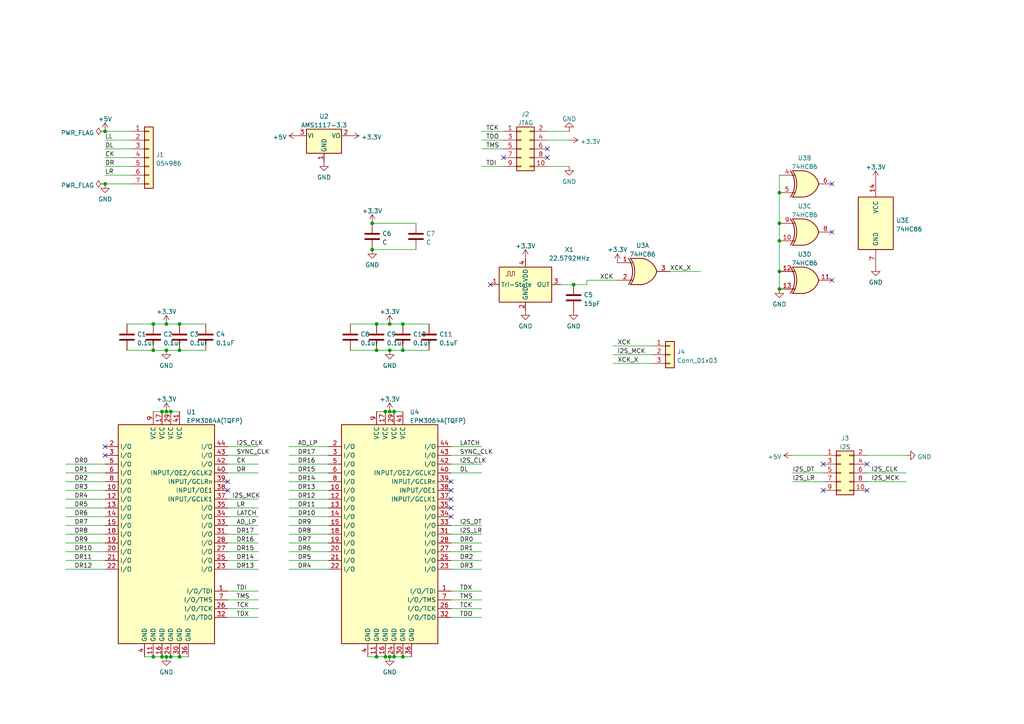
<source format=kicad_sch>
(kicad_sch (version 20211123) (generator eeschema)
  (paper "A4")
  (lib_symbols
    (symbol "74xx:74HC86" (pin_names (offset 1.016))
      (property "Reference" "U" (at 0 1.27 0))
      (property "Value" "74HC86" (at 0 -1.27 0))
      (symbol "74HC86_1_0"
        (arc (start -4.4196 -3.81) (mid -3.2033 0) (end -4.4196 3.81) (stroke (width 0.254)))
        (arc (start -3.81 -3.81) (mid -2.589 0) (end -3.81 3.81) (stroke (width 0.254)))
        (arc (start -0.6096 -3.81) (mid 2.1842 -2.5851) (end 3.81 0) (stroke (width 0.254)) (fill (type background)))
        (polyline (pts (xy -3.81 -3.81) (xy -0.635 -3.81)) (stroke (width 0.254)) (fill (type background)))
        (polyline (pts (xy -3.81 3.81) (xy -0.635 3.81)) (stroke (width 0.254)) (fill (type background)))
        (polyline (pts (xy -0.635 3.81) (xy -3.81 3.81) (xy -3.81 3.81) (xy -3.556 3.4036) (xy -3.0226 2.2606) (xy -2.6924 1.0414) (xy -2.6162 -0.254) (xy -2.7686 -1.4986) (xy -3.175 -2.7178) (xy -3.81 -3.81) (xy -3.81 -3.81) (xy -0.635 -3.81)) (stroke (width -25.4)) (fill (type background)))
        (arc (start 3.81 0) (mid 2.1915 2.5936) (end -0.6096 3.81) (stroke (width 0.254)) (fill (type background)))
        (pin input line (at -7.62 2.54 0) (length 4.445) (name "~") (number "1"))
        (pin input line (at -7.62 -2.54 0) (length 4.445) (name "~") (number "2"))
        (pin output line (at 7.62 0 180) (length 3.81) (name "~") (number "3"))
      )
      (symbol "74HC86_1_1"
        (polyline (pts (xy -3.81 -2.54) (xy -3.175 -2.54)) (stroke (width 0.1524)))
        (polyline (pts (xy -3.81 2.54) (xy -3.175 2.54)) (stroke (width 0.1524)))
      )
      (symbol "74HC86_2_0"
        (arc (start -4.4196 -3.81) (mid -3.2033 0) (end -4.4196 3.81) (stroke (width 0.254)))
        (arc (start -3.81 -3.81) (mid -2.589 0) (end -3.81 3.81) (stroke (width 0.254)))
        (arc (start -0.6096 -3.81) (mid 2.1842 -2.5851) (end 3.81 0) (stroke (width 0.254)) (fill (type background)))
        (polyline (pts (xy -3.81 -3.81) (xy -0.635 -3.81)) (stroke (width 0.254)) (fill (type background)))
        (polyline (pts (xy -3.81 3.81) (xy -0.635 3.81)) (stroke (width 0.254)) (fill (type background)))
        (polyline (pts (xy -0.635 3.81) (xy -3.81 3.81) (xy -3.81 3.81) (xy -3.556 3.4036) (xy -3.0226 2.2606) (xy -2.6924 1.0414) (xy -2.6162 -0.254) (xy -2.7686 -1.4986) (xy -3.175 -2.7178) (xy -3.81 -3.81) (xy -3.81 -3.81) (xy -0.635 -3.81)) (stroke (width -25.4)) (fill (type background)))
        (arc (start 3.81 0) (mid 2.1915 2.5936) (end -0.6096 3.81) (stroke (width 0.254)) (fill (type background)))
        (pin input line (at -7.62 2.54 0) (length 4.445) (name "~") (number "4"))
        (pin input line (at -7.62 -2.54 0) (length 4.445) (name "~") (number "5"))
        (pin output line (at 7.62 0 180) (length 3.81) (name "~") (number "6"))
      )
      (symbol "74HC86_2_1"
        (polyline (pts (xy -3.81 -2.54) (xy -3.175 -2.54)) (stroke (width 0.1524)))
        (polyline (pts (xy -3.81 2.54) (xy -3.175 2.54)) (stroke (width 0.1524)))
      )
      (symbol "74HC86_3_0"
        (arc (start -4.4196 -3.81) (mid -3.2033 0) (end -4.4196 3.81) (stroke (width 0.254)))
        (arc (start -3.81 -3.81) (mid -2.589 0) (end -3.81 3.81) (stroke (width 0.254)))
        (arc (start -0.6096 -3.81) (mid 2.1842 -2.5851) (end 3.81 0) (stroke (width 0.254)) (fill (type background)))
        (polyline (pts (xy -3.81 -3.81) (xy -0.635 -3.81)) (stroke (width 0.254)) (fill (type background)))
        (polyline (pts (xy -3.81 3.81) (xy -0.635 3.81)) (stroke (width 0.254)) (fill (type background)))
        (polyline (pts (xy -0.635 3.81) (xy -3.81 3.81) (xy -3.81 3.81) (xy -3.556 3.4036) (xy -3.0226 2.2606) (xy -2.6924 1.0414) (xy -2.6162 -0.254) (xy -2.7686 -1.4986) (xy -3.175 -2.7178) (xy -3.81 -3.81) (xy -3.81 -3.81) (xy -0.635 -3.81)) (stroke (width -25.4)) (fill (type background)))
        (arc (start 3.81 0) (mid 2.1915 2.5936) (end -0.6096 3.81) (stroke (width 0.254)) (fill (type background)))
        (pin input line (at -7.62 -2.54 0) (length 4.445) (name "~") (number "10"))
        (pin output line (at 7.62 0 180) (length 3.81) (name "~") (number "8"))
        (pin input line (at -7.62 2.54 0) (length 4.445) (name "~") (number "9"))
      )
      (symbol "74HC86_3_1"
        (polyline (pts (xy -3.81 -2.54) (xy -3.175 -2.54)) (stroke (width 0.1524)))
        (polyline (pts (xy -3.81 2.54) (xy -3.175 2.54)) (stroke (width 0.1524)))
      )
      (symbol "74HC86_4_0"
        (arc (start -4.4196 -3.81) (mid -3.2033 0) (end -4.4196 3.81) (stroke (width 0.254)))
        (arc (start -3.81 -3.81) (mid -2.589 0) (end -3.81 3.81) (stroke (width 0.254)))
        (arc (start -0.6096 -3.81) (mid 2.1842 -2.5851) (end 3.81 0) (stroke (width 0.254)) (fill (type background)))
        (polyline (pts (xy -3.81 -3.81) (xy -0.635 -3.81)) (stroke (width 0.254)) (fill (type background)))
        (polyline (pts (xy -3.81 3.81) (xy -0.635 3.81)) (stroke (width 0.254)) (fill (type background)))
        (polyline (pts (xy -0.635 3.81) (xy -3.81 3.81) (xy -3.81 3.81) (xy -3.556 3.4036) (xy -3.0226 2.2606) (xy -2.6924 1.0414) (xy -2.6162 -0.254) (xy -2.7686 -1.4986) (xy -3.175 -2.7178) (xy -3.81 -3.81) (xy -3.81 -3.81) (xy -0.635 -3.81)) (stroke (width -25.4)) (fill (type background)))
        (arc (start 3.81 0) (mid 2.1915 2.5936) (end -0.6096 3.81) (stroke (width 0.254)) (fill (type background)))
        (pin output line (at 7.62 0 180) (length 3.81) (name "~") (number "11"))
        (pin input line (at -7.62 2.54 0) (length 4.445) (name "~") (number "12"))
        (pin input line (at -7.62 -2.54 0) (length 4.445) (name "~") (number "13"))
      )
      (symbol "74HC86_4_1"
        (polyline (pts (xy -3.81 -2.54) (xy -3.175 -2.54)) (stroke (width 0.1524)))
        (polyline (pts (xy -3.81 2.54) (xy -3.175 2.54)) (stroke (width 0.1524)))
      )
      (symbol "74HC86_5_0"
        (pin power_in line (at 0 12.7 270) (length 5.08) (name "VCC") (number "14"))
        (pin power_in line (at 0 -12.7 90) (length 5.08) (name "GND") (number "7"))
      )
      (symbol "74HC86_5_1"
        (rectangle (start -5.08 7.62) (end 5.08 -7.62) (stroke (width 0.254)) (fill (type background)))
      )
    )
    (symbol "Connector_Generic:Conn_01x03" (pin_names (offset 1.016) hide)
      (property "Reference" "J" (at 0 5.08 0))
      (property "Value" "Conn_01x03" (at 0 -5.08 0))
      (symbol "Conn_01x03_1_1"
        (rectangle (start -1.27 -2.413) (end 0 -2.667) (stroke (width 0.1524)))
        (rectangle (start -1.27 0.127) (end 0 -0.127) (stroke (width 0.1524)))
        (rectangle (start -1.27 2.667) (end 0 2.413) (stroke (width 0.1524)))
        (rectangle (start -1.27 3.81) (end 1.27 -3.81) (stroke (width 0.254)) (fill (type background)))
        (pin passive line (at -5.08 2.54 0) (length 3.81) (name "Pin_1") (number "1"))
        (pin passive line (at -5.08 0 0) (length 3.81) (name "Pin_2") (number "2"))
        (pin passive line (at -5.08 -2.54 0) (length 3.81) (name "Pin_3") (number "3"))
      )
    )
    (symbol "Connector_Generic:Conn_01x07" (pin_names (offset 1.016) hide)
      (property "Reference" "J" (at 0 10.16 0))
      (property "Value" "Conn_01x07" (at 0 -10.16 0))
      (symbol "Conn_01x07_1_1"
        (rectangle (start -1.27 -7.493) (end 0 -7.747) (stroke (width 0.1524)))
        (rectangle (start -1.27 -4.953) (end 0 -5.207) (stroke (width 0.1524)))
        (rectangle (start -1.27 -2.413) (end 0 -2.667) (stroke (width 0.1524)))
        (rectangle (start -1.27 0.127) (end 0 -0.127) (stroke (width 0.1524)))
        (rectangle (start -1.27 2.667) (end 0 2.413) (stroke (width 0.1524)))
        (rectangle (start -1.27 5.207) (end 0 4.953) (stroke (width 0.1524)))
        (rectangle (start -1.27 7.747) (end 0 7.493) (stroke (width 0.1524)))
        (rectangle (start -1.27 8.89) (end 1.27 -8.89) (stroke (width 0.254)) (fill (type background)))
        (pin passive line (at -5.08 7.62 0) (length 3.81) (name "Pin_1") (number "1"))
        (pin passive line (at -5.08 5.08 0) (length 3.81) (name "Pin_2") (number "2"))
        (pin passive line (at -5.08 2.54 0) (length 3.81) (name "Pin_3") (number "3"))
        (pin passive line (at -5.08 0 0) (length 3.81) (name "Pin_4") (number "4"))
        (pin passive line (at -5.08 -2.54 0) (length 3.81) (name "Pin_5") (number "5"))
        (pin passive line (at -5.08 -5.08 0) (length 3.81) (name "Pin_6") (number "6"))
        (pin passive line (at -5.08 -7.62 0) (length 3.81) (name "Pin_7") (number "7"))
      )
    )
    (symbol "Connector_Generic:Conn_02x05_Odd_Even" (pin_names (offset 1.016) hide)
      (property "Reference" "J" (at 1.27 7.62 0))
      (property "Value" "Conn_02x05_Odd_Even" (at 1.27 -7.62 0))
      (symbol "Conn_02x05_Odd_Even_1_1"
        (rectangle (start -1.27 -4.953) (end 0 -5.207) (stroke (width 0.1524)))
        (rectangle (start -1.27 -2.413) (end 0 -2.667) (stroke (width 0.1524)))
        (rectangle (start -1.27 0.127) (end 0 -0.127) (stroke (width 0.1524)))
        (rectangle (start -1.27 2.667) (end 0 2.413) (stroke (width 0.1524)))
        (rectangle (start -1.27 5.207) (end 0 4.953) (stroke (width 0.1524)))
        (rectangle (start -1.27 6.35) (end 3.81 -6.35) (stroke (width 0.254)) (fill (type background)))
        (rectangle (start 3.81 -4.953) (end 2.54 -5.207) (stroke (width 0.1524)))
        (rectangle (start 3.81 -2.413) (end 2.54 -2.667) (stroke (width 0.1524)))
        (rectangle (start 3.81 0.127) (end 2.54 -0.127) (stroke (width 0.1524)))
        (rectangle (start 3.81 2.667) (end 2.54 2.413) (stroke (width 0.1524)))
        (rectangle (start 3.81 5.207) (end 2.54 4.953) (stroke (width 0.1524)))
        (pin passive line (at -5.08 5.08 0) (length 3.81) (name "Pin_1") (number "1"))
        (pin passive line (at 7.62 -5.08 180) (length 3.81) (name "Pin_10") (number "10"))
        (pin passive line (at 7.62 5.08 180) (length 3.81) (name "Pin_2") (number "2"))
        (pin passive line (at -5.08 2.54 0) (length 3.81) (name "Pin_3") (number "3"))
        (pin passive line (at 7.62 2.54 180) (length 3.81) (name "Pin_4") (number "4"))
        (pin passive line (at -5.08 0 0) (length 3.81) (name "Pin_5") (number "5"))
        (pin passive line (at 7.62 0 180) (length 3.81) (name "Pin_6") (number "6"))
        (pin passive line (at -5.08 -2.54 0) (length 3.81) (name "Pin_7") (number "7"))
        (pin passive line (at 7.62 -2.54 180) (length 3.81) (name "Pin_8") (number "8"))
        (pin passive line (at -5.08 -5.08 0) (length 3.81) (name "Pin_9") (number "9"))
      )
    )
    (symbol "Device:C" (pin_numbers hide) (pin_names (offset 0.254))
      (property "Reference" "C" (at 0.635 2.54 0))
      (property "Value" "C" (at 0.635 -2.54 0))
      (symbol "C_0_1"
        (polyline (pts (xy -2.032 -0.762) (xy 2.032 -0.762)) (stroke (width 0.508)))
        (polyline (pts (xy -2.032 0.762) (xy 2.032 0.762)) (stroke (width 0.508)))
      )
      (symbol "C_1_1"
        (pin passive line (at 0 3.81 270) (length 2.794) (name "~") (number "1"))
        (pin passive line (at 0 -3.81 90) (length 2.794) (name "~") (number "2"))
      )
    )
    (symbol "Oscillator:ASCO"
      (property "Reference" "X" (at -7.62 6.35 0))
      (property "Value" "ASCO" (at 1.27 -6.35 0))
      (symbol "ASCO_0_1"
        (rectangle (start -7.62 5.08) (end 7.62 -5.08) (stroke (width 0.254)) (fill (type background)))
        (polyline (pts (xy -5.715 2.54) (xy -5.08 2.54) (xy -5.08 3.81) (xy -4.445 3.81) (xy -4.445 2.54) (xy -3.81 2.54) (xy -3.81 3.81) (xy -3.175 3.81) (xy -3.175 2.54)))
      )
      (symbol "ASCO_1_1"
        (pin input line (at -10.16 0 0) (length 2.54) (name "Tri-State") (number "1"))
        (pin power_in line (at 0 -7.62 90) (length 2.54) (name "GND") (number "2"))
        (pin output line (at 10.16 0 180) (length 2.54) (name "OUT") (number "3"))
        (pin power_in line (at 0 7.62 270) (length 2.54) (name "VDD") (number "4"))
      )
    )
    (symbol "Regulator_Linear:AMS1117-3.3" (pin_names (offset 0.254))
      (property "Reference" "U" (at -3.81 3.175 0))
      (property "Value" "AMS1117-3.3" (at 0 3.175 0))
      (symbol "AMS1117-3.3_0_1"
        (rectangle (start -5.08 -5.08) (end 5.08 1.905) (stroke (width 0.254)) (fill (type background)))
      )
      (symbol "AMS1117-3.3_1_1"
        (pin power_in line (at 0 -7.62 90) (length 2.54) (name "GND") (number "1"))
        (pin power_out line (at 7.62 0 180) (length 2.54) (name "VO") (number "2"))
        (pin power_in line (at -7.62 0 0) (length 2.54) (name "VI") (number "3"))
      )
    )
    (symbol "power:+3.3V" (power) (pin_names (offset 0))
      (property "Value" "+3.3V" (at 0 3.556 0))
      (symbol "+3.3V_0_1"
        (polyline (pts (xy -0.762 1.27) (xy 0 2.54)))
        (polyline (pts (xy 0 0) (xy 0 2.54)))
        (polyline (pts (xy 0 2.54) (xy 0.762 1.27)))
      )
      (symbol "+3.3V_1_1"
        (pin power_in line (at 0 0 90) (length 0) hide (name "+3.3V") (number "1"))
      )
    )
    (symbol "power:+5V" (power) (pin_names (offset 0))
      (property "Value" "+5V" (at 0 3.556 0))
      (symbol "+5V_0_1"
        (polyline (pts (xy -0.762 1.27) (xy 0 2.54)))
        (polyline (pts (xy 0 0) (xy 0 2.54)))
        (polyline (pts (xy 0 2.54) (xy 0.762 1.27)))
      )
      (symbol "+5V_1_1"
        (pin power_in line (at 0 0 90) (length 0) hide (name "+5V") (number "1"))
      )
    )
    (symbol "power:GND" (power) (pin_names (offset 0))
      (property "Value" "GND" (at 0 -3.81 0))
      (symbol "GND_0_1"
        (polyline (pts (xy 0 0) (xy 0 -1.27) (xy 1.27 -1.27) (xy 0 -2.54) (xy -1.27 -1.27) (xy 0 -1.27)))
      )
      (symbol "GND_1_1"
        (pin power_in line (at 0 0 270) (length 0) hide (name "GND") (number "1"))
      )
    )
    (symbol "power:PWR_FLAG" (power) (pin_numbers hide) (pin_names (offset 0) hide)
      (property "Value" "PWR_FLAG" (at 0 3.81 0))
      (symbol "PWR_FLAG_0_0"
        (pin power_out line (at 0 0 90) (length 0) (name "pwr") (number "1"))
      )
      (symbol "PWR_FLAG_0_1"
        (polyline (pts (xy 0 0) (xy 0 1.27) (xy -1.016 1.905) (xy 0 2.54) (xy 1.016 1.905) (xy 0 1.27)))
      )
    )
    (symbol "toyoshim:EPM3064A(TQFP)"
      (property "Reference" "U" (at -13.97 33.02 0))
      (property "Value" "EPM3064A(TQFP)" (at -13.97 -33.02 0))
      (symbol "EPM3064A(TQFP)_1_1"
        (rectangle (start -13.97 31.75) (end 13.97 -31.75) (stroke (width 0.254)) (fill (type background)))
        (pin bidirectional line (at 17.78 -16.51 180) (length 3.81) (name "I/O/TDI") (number "1"))
        (pin bidirectional line (at -17.78 12.7 0) (length 3.81) (name "I/O") (number "10"))
        (pin power_in line (at -3.81 -35.56 90) (length 3.81) (name "GND") (number "11"))
        (pin bidirectional line (at -17.78 10.16 0) (length 3.81) (name "I/O") (number "12"))
        (pin bidirectional line (at -17.78 7.62 0) (length 3.81) (name "I/O") (number "13"))
        (pin bidirectional line (at -17.78 5.08 0) (length 3.81) (name "I/O") (number "14"))
        (pin bidirectional line (at -17.78 2.54 0) (length 3.81) (name "I/O") (number "15"))
        (pin power_in line (at -1.27 -35.56 90) (length 3.81) (name "GND") (number "16"))
        (pin power_in line (at -1.27 35.56 270) (length 3.81) (name "VCC") (number "17"))
        (pin bidirectional line (at -17.78 0 0) (length 3.81) (name "I/O") (number "18"))
        (pin bidirectional line (at -17.78 -2.54 0) (length 3.81) (name "I/O") (number "19"))
        (pin bidirectional line (at -17.78 25.4 0) (length 3.81) (name "I/O") (number "2"))
        (pin bidirectional line (at -17.78 -5.08 0) (length 3.81) (name "I/O") (number "20"))
        (pin bidirectional line (at -17.78 -7.62 0) (length 3.81) (name "I/O") (number "21"))
        (pin bidirectional line (at -17.78 -10.16 0) (length 3.81) (name "I/O") (number "22"))
        (pin bidirectional line (at 17.78 -10.16 180) (length 3.81) (name "I/O") (number "23"))
        (pin power_in line (at 1.27 -35.56 90) (length 3.81) (name "GND") (number "24"))
        (pin bidirectional line (at 17.78 -7.62 180) (length 3.81) (name "I/O") (number "25"))
        (pin bidirectional line (at 17.78 -21.59 180) (length 3.81) (name "I/O/TCK") (number "26"))
        (pin bidirectional line (at 17.78 -5.08 180) (length 3.81) (name "I/O") (number "27"))
        (pin bidirectional line (at 17.78 -2.54 180) (length 3.81) (name "I/O") (number "28"))
        (pin power_in line (at 1.27 35.56 270) (length 3.81) (name "VCC") (number "29"))
        (pin bidirectional line (at -17.78 22.86 0) (length 3.81) (name "I/O") (number "3"))
        (pin power_in line (at 3.81 -35.56 90) (length 3.81) (name "GND") (number "30"))
        (pin bidirectional line (at 17.78 0 180) (length 3.81) (name "I/O") (number "31"))
        (pin bidirectional line (at 17.78 -24.13 180) (length 3.81) (name "I/O/TDO") (number "32"))
        (pin bidirectional line (at 17.78 2.54 180) (length 3.81) (name "I/O") (number "33"))
        (pin bidirectional line (at 17.78 5.08 180) (length 3.81) (name "I/O") (number "34"))
        (pin bidirectional line (at 17.78 7.62 180) (length 3.81) (name "I/O") (number "35"))
        (pin power_in line (at 6.35 -35.56 90) (length 3.81) (name "GND") (number "36"))
        (pin input line (at 17.78 10.16 180) (length 3.81) (name "INPUT/GCLK1") (number "37"))
        (pin input line (at 17.78 12.7 180) (length 3.81) (name "INPUT/OE1") (number "38"))
        (pin input line (at 17.78 15.24 180) (length 3.81) (name "INPUT/GCLRn") (number "39"))
        (pin power_in line (at -6.35 -35.56 90) (length 3.81) (name "GND") (number "4"))
        (pin input line (at 17.78 17.78 180) (length 3.81) (name "INPUT/OE2/GCLK2") (number "40"))
        (pin power_in line (at 3.81 35.56 270) (length 3.81) (name "VCC") (number "41"))
        (pin bidirectional line (at 17.78 20.32 180) (length 3.81) (name "I/O") (number "42"))
        (pin bidirectional line (at 17.78 22.86 180) (length 3.81) (name "I/O") (number "43"))
        (pin bidirectional line (at 17.78 25.4 180) (length 3.81) (name "I/O") (number "44"))
        (pin bidirectional line (at -17.78 20.32 0) (length 3.81) (name "I/O") (number "5"))
        (pin bidirectional line (at -17.78 17.78 0) (length 3.81) (name "I/O") (number "6"))
        (pin bidirectional line (at 17.78 -19.05 180) (length 3.81) (name "I/O/TMS") (number "7"))
        (pin bidirectional line (at -17.78 15.24 0) (length 3.81) (name "I/O") (number "8"))
        (pin power_in line (at -3.81 35.56 270) (length 3.81) (name "VCC") (number "9"))
      )
    )
  )
  (junction (at 52.07 190.5))
  (junction (at 46.99 190.5))
  (junction (at 114.3 119.38))
  (junction (at 107.95 64.77))
  (junction (at 49.53 119.38))
  (junction (at 226.06 78.74))
  (junction (at 109.22 190.5))
  (junction (at 116.84 190.5))
  (junction (at 109.22 101.6))
  (junction (at 109.22 93.98))
  (junction (at 44.45 93.98))
  (junction (at 30.48 53.34))
  (junction (at 48.26 190.5))
  (junction (at 226.06 83.82))
  (junction (at 48.26 101.6))
  (junction (at 52.07 93.98))
  (junction (at 226.06 64.77))
  (junction (at 113.03 119.38))
  (junction (at 114.3 190.5))
  (junction (at 46.99 119.38))
  (junction (at 111.76 190.5))
  (junction (at 113.03 93.98))
  (junction (at 166.37 82.55))
  (junction (at 48.26 119.38))
  (junction (at 111.76 119.38))
  (junction (at 113.03 101.6))
  (junction (at 49.53 190.5))
  (junction (at 116.84 101.6))
  (junction (at 116.84 93.98))
  (junction (at 48.26 93.98))
  (junction (at 107.95 72.39))
  (junction (at 44.45 190.5))
  (junction (at 44.45 101.6))
  (junction (at 226.06 69.85))
  (junction (at 30.48 38.1))
  (junction (at 226.06 55.88))
  (junction (at 52.07 101.6))
  (junction (at 113.03 190.5))
  (no_connect (at 130.81 149.86))
  (no_connect (at 130.81 147.32))
  (no_connect (at 130.81 144.78))
  (no_connect (at 30.48 129.54))
  (no_connect (at 30.48 132.08))
  (no_connect (at 158.75 43.18))
  (no_connect (at 158.75 45.72))
  (no_connect (at 251.46 134.62))
  (no_connect (at 238.76 134.62))
  (no_connect (at 238.76 142.24))
  (no_connect (at 251.46 142.24))
  (no_connect (at 241.3 53.34))
  (no_connect (at 241.3 67.31))
  (no_connect (at 241.3 81.28))
  (no_connect (at 130.81 139.7))
  (no_connect (at 66.04 139.7))
  (no_connect (at 66.04 142.24))
  (no_connect (at 130.81 142.24))
  (no_connect (at 142.24 82.55))
  (no_connect (at 146.05 45.72))
  (wire (pts (xy 19.05 152.4) (xy 30.48 152.4)))
  (wire (pts (xy 109.22 190.5) (xy 111.76 190.5)))
  (wire (pts (xy 66.04 144.78) (xy 74.93 144.78)))
  (wire (pts (xy 83.82 154.94) (xy 95.25 154.94)))
  (wire (pts (xy 162.56 82.55) (xy 166.37 82.55)))
  (wire (pts (xy 107.95 64.77) (xy 120.65 64.77)))
  (wire (pts (xy 44.45 119.38) (xy 46.99 119.38)))
  (wire (pts (xy 130.81 165.1) (xy 139.7 165.1)))
  (wire (pts (xy 48.26 101.6) (xy 52.07 101.6)))
  (wire (pts (xy 251.46 139.7) (xy 262.89 139.7)))
  (wire (pts (xy 109.22 93.98) (xy 113.03 93.98)))
  (wire (pts (xy 130.81 157.48) (xy 139.7 157.48)))
  (wire (pts (xy 101.6 101.6) (xy 109.22 101.6)))
  (wire (pts (xy 130.81 162.56) (xy 139.7 162.56)))
  (wire (pts (xy 44.45 93.98) (xy 48.26 93.98)))
  (wire (pts (xy 30.48 38.1) (xy 38.1 38.1)))
  (wire (pts (xy 194.31 78.74) (xy 203.2 78.74)))
  (wire (pts (xy 226.06 78.74) (xy 226.06 83.82)))
  (wire (pts (xy 83.82 139.7) (xy 95.25 139.7)))
  (wire (pts (xy 66.04 162.56) (xy 74.93 162.56)))
  (wire (pts (xy 19.05 154.94) (xy 30.48 154.94)))
  (wire (pts (xy 130.81 179.07) (xy 139.7 179.07)))
  (wire (pts (xy 226.06 69.85) (xy 226.06 78.74)))
  (wire (pts (xy 130.81 154.94) (xy 139.7 154.94)))
  (wire (pts (xy 66.04 173.99) (xy 74.93 173.99)))
  (wire (pts (xy 139.7 48.26) (xy 146.05 48.26)))
  (wire (pts (xy 48.26 190.5) (xy 49.53 190.5)))
  (wire (pts (xy 66.04 171.45) (xy 74.93 171.45)))
  (wire (pts (xy 113.03 119.38) (xy 114.3 119.38)))
  (wire (pts (xy 170.18 82.55) (xy 170.18 81.28)))
  (wire (pts (xy 130.81 176.53) (xy 139.7 176.53)))
  (wire (pts (xy 158.75 40.64) (xy 165.1 40.64)))
  (wire (pts (xy 158.75 38.1) (xy 165.1 38.1)))
  (wire (pts (xy 177.8 102.87) (xy 189.23 102.87)))
  (wire (pts (xy 44.45 190.5) (xy 46.99 190.5)))
  (wire (pts (xy 83.82 129.54) (xy 95.25 129.54)))
  (wire (pts (xy 111.76 190.5) (xy 113.03 190.5)))
  (wire (pts (xy 130.81 129.54) (xy 139.7 129.54)))
  (wire (pts (xy 66.04 165.1) (xy 74.93 165.1)))
  (wire (pts (xy 83.82 134.62) (xy 95.25 134.62)))
  (wire (pts (xy 52.07 101.6) (xy 59.69 101.6)))
  (wire (pts (xy 44.45 101.6) (xy 48.26 101.6)))
  (wire (pts (xy 130.81 152.4) (xy 139.7 152.4)))
  (wire (pts (xy 19.05 147.32) (xy 30.48 147.32)))
  (wire (pts (xy 36.83 101.6) (xy 44.45 101.6)))
  (wire (pts (xy 66.04 160.02) (xy 74.93 160.02)))
  (wire (pts (xy 114.3 190.5) (xy 116.84 190.5)))
  (wire (pts (xy 130.81 134.62) (xy 139.7 134.62)))
  (wire (pts (xy 116.84 93.98) (xy 124.46 93.98)))
  (wire (pts (xy 66.04 132.08) (xy 74.93 132.08)))
  (wire (pts (xy 113.03 190.5) (xy 114.3 190.5)))
  (wire (pts (xy 30.48 53.34) (xy 38.1 53.34)))
  (wire (pts (xy 36.83 93.98) (xy 44.45 93.98)))
  (wire (pts (xy 177.8 100.33) (xy 189.23 100.33)))
  (wire (pts (xy 139.7 43.18) (xy 146.05 43.18)))
  (wire (pts (xy 66.04 154.94) (xy 74.93 154.94)))
  (wire (pts (xy 49.53 119.38) (xy 52.07 119.38)))
  (wire (pts (xy 113.03 93.98) (xy 116.84 93.98)))
  (wire (pts (xy 30.48 40.64) (xy 38.1 40.64)))
  (wire (pts (xy 66.04 134.62) (xy 74.93 134.62)))
  (wire (pts (xy 229.87 132.08) (xy 238.76 132.08)))
  (wire (pts (xy 177.8 105.41) (xy 189.23 105.41)))
  (wire (pts (xy 66.04 157.48) (xy 74.93 157.48)))
  (wire (pts (xy 19.05 165.1) (xy 30.48 165.1)))
  (wire (pts (xy 66.04 176.53) (xy 74.93 176.53)))
  (wire (pts (xy 19.05 134.62) (xy 30.48 134.62)))
  (wire (pts (xy 30.48 50.8) (xy 38.1 50.8)))
  (wire (pts (xy 66.04 149.86) (xy 74.93 149.86)))
  (wire (pts (xy 30.48 48.26) (xy 38.1 48.26)))
  (wire (pts (xy 46.99 119.38) (xy 48.26 119.38)))
  (wire (pts (xy 116.84 101.6) (xy 124.46 101.6)))
  (wire (pts (xy 83.82 144.78) (xy 95.25 144.78)))
  (wire (pts (xy 107.95 72.39) (xy 120.65 72.39)))
  (wire (pts (xy 48.26 93.98) (xy 52.07 93.98)))
  (wire (pts (xy 106.68 190.5) (xy 109.22 190.5)))
  (wire (pts (xy 130.81 160.02) (xy 139.7 160.02)))
  (wire (pts (xy 130.81 132.08) (xy 139.7 132.08)))
  (wire (pts (xy 109.22 119.38) (xy 111.76 119.38)))
  (wire (pts (xy 101.6 93.98) (xy 109.22 93.98)))
  (wire (pts (xy 66.04 129.54) (xy 74.93 129.54)))
  (wire (pts (xy 19.05 160.02) (xy 30.48 160.02)))
  (wire (pts (xy 113.03 101.6) (xy 116.84 101.6)))
  (wire (pts (xy 83.82 160.02) (xy 95.25 160.02)))
  (wire (pts (xy 130.81 173.99) (xy 139.7 173.99)))
  (wire (pts (xy 111.76 119.38) (xy 113.03 119.38)))
  (wire (pts (xy 66.04 147.32) (xy 74.93 147.32)))
  (wire (pts (xy 30.48 43.18) (xy 38.1 43.18)))
  (wire (pts (xy 66.04 137.16) (xy 74.93 137.16)))
  (wire (pts (xy 139.7 40.64) (xy 146.05 40.64)))
  (wire (pts (xy 48.26 119.38) (xy 49.53 119.38)))
  (wire (pts (xy 139.7 38.1) (xy 146.05 38.1)))
  (wire (pts (xy 83.82 162.56) (xy 95.25 162.56)))
  (wire (pts (xy 83.82 157.48) (xy 95.25 157.48)))
  (wire (pts (xy 251.46 132.08) (xy 262.89 132.08)))
  (wire (pts (xy 19.05 142.24) (xy 30.48 142.24)))
  (wire (pts (xy 83.82 149.86) (xy 95.25 149.86)))
  (wire (pts (xy 226.06 55.88) (xy 226.06 64.77)))
  (wire (pts (xy 166.37 82.55) (xy 170.18 82.55)))
  (wire (pts (xy 19.05 157.48) (xy 30.48 157.48)))
  (wire (pts (xy 158.75 48.26) (xy 165.1 48.26)))
  (wire (pts (xy 226.06 64.77) (xy 226.06 69.85)))
  (wire (pts (xy 83.82 165.1) (xy 95.25 165.1)))
  (wire (pts (xy 52.07 190.5) (xy 54.61 190.5)))
  (wire (pts (xy 83.82 142.24) (xy 95.25 142.24)))
  (wire (pts (xy 130.81 137.16) (xy 139.7 137.16)))
  (wire (pts (xy 19.05 162.56) (xy 30.48 162.56)))
  (wire (pts (xy 41.91 190.5) (xy 44.45 190.5)))
  (wire (pts (xy 19.05 137.16) (xy 30.48 137.16)))
  (wire (pts (xy 170.18 81.28) (xy 179.07 81.28)))
  (wire (pts (xy 83.82 132.08) (xy 95.25 132.08)))
  (wire (pts (xy 229.87 137.16) (xy 238.76 137.16)))
  (wire (pts (xy 83.82 152.4) (xy 95.25 152.4)))
  (wire (pts (xy 46.99 190.5) (xy 48.26 190.5)))
  (wire (pts (xy 19.05 144.78) (xy 30.48 144.78)))
  (wire (pts (xy 66.04 152.4) (xy 74.93 152.4)))
  (wire (pts (xy 52.07 93.98) (xy 59.69 93.98)))
  (wire (pts (xy 130.81 171.45) (xy 139.7 171.45)))
  (wire (pts (xy 114.3 119.38) (xy 116.84 119.38)))
  (wire (pts (xy 66.04 179.07) (xy 74.93 179.07)))
  (wire (pts (xy 19.05 149.86) (xy 30.48 149.86)))
  (wire (pts (xy 30.48 45.72) (xy 38.1 45.72)))
  (wire (pts (xy 109.22 101.6) (xy 113.03 101.6)))
  (wire (pts (xy 19.05 139.7) (xy 30.48 139.7)))
  (wire (pts (xy 226.06 50.8) (xy 226.06 55.88)))
  (wire (pts (xy 229.87 139.7) (xy 238.76 139.7)))
  (wire (pts (xy 116.84 190.5) (xy 119.38 190.5)))
  (wire (pts (xy 251.46 137.16) (xy 262.89 137.16)))
  (wire (pts (xy 49.53 190.5) (xy 52.07 190.5)))
  (wire (pts (xy 83.82 137.16) (xy 95.25 137.16)))
  (wire (pts (xy 83.82 147.32) (xy 95.25 147.32)))
  (label "DR2" (at 133.35 162.56 0))
  (label "TMS" (at 68.58 173.99 0))
  (label "LR" (at 30.48 50.8 0))
  (label "TCK" (at 140.97 38.1 0))
  (label "DL" (at 30.48 43.18 0))
  (label "LL" (at 30.48 40.64 0))
  (label "DR14" (at 68.58 162.56 0))
  (label "DR17" (at 86.36 132.08 0))
  (label "DR0" (at 133.35 157.48 0))
  (label "DR16" (at 68.58 157.48 0))
  (label "DR17" (at 68.58 154.94 0))
  (label "DR4" (at 86.36 165.1 0))
  (label "DR8" (at 21.59 154.94 0))
  (label "I2S_LR" (at 133.35 154.94 0))
  (label "TDX" (at 133.35 171.45 0))
  (label "I2S_CLK" (at 133.35 134.62 0))
  (label "DR8" (at 86.36 154.94 0))
  (label "DR5" (at 86.36 162.56 0))
  (label "DR3" (at 21.59 142.24 0))
  (label "TMS" (at 140.97 43.18 0))
  (label "DR1" (at 21.59 137.16 0))
  (label "TDO" (at 133.35 179.07 0))
  (label "I2S_MCK" (at 67.31 144.78 0))
  (label "I2S_MCK" (at 252.73 139.7 0))
  (label "DR0" (at 21.59 134.62 0))
  (label "I2S_CLK" (at 252.73 137.16 0))
  (label "DR1" (at 133.35 160.02 0))
  (label "I2S_CLK" (at 68.58 129.54 0))
  (label "DR11" (at 21.59 162.56 0))
  (label "CK" (at 68.58 134.62 0))
  (label "I2S_LR" (at 229.87 139.7 0))
  (label "XCK" (at 179.07 100.33 0))
  (label "DR10" (at 21.59 160.02 0))
  (label "DR13" (at 86.36 142.24 0))
  (label "DR5" (at 21.59 147.32 0))
  (label "DR11" (at 86.36 147.32 0))
  (label "TDI" (at 140.97 48.26 0))
  (label "DR7" (at 21.59 152.4 0))
  (label "TCK" (at 133.35 176.53 0))
  (label "I2S_MCK" (at 179.07 102.87 0))
  (label "I2S_DT" (at 229.87 137.16 0))
  (label "DR10" (at 86.36 149.86 0))
  (label "XCK_X" (at 179.07 105.41 0))
  (label "DL" (at 133.35 137.16 0))
  (label "TCK" (at 68.58 176.53 0))
  (label "DR15" (at 86.36 137.16 0))
  (label "LR" (at 68.58 147.32 0))
  (label "CK" (at 30.48 45.72 0))
  (label "DR3" (at 133.35 165.1 0))
  (label "XCK_X" (at 194.31 78.74 0))
  (label "AD_LP" (at 68.58 152.4 0))
  (label "DR16" (at 86.36 134.62 0))
  (label "DR14" (at 86.36 139.7 0))
  (label "TDI" (at 68.58 171.45 0))
  (label "DR12" (at 21.59 165.1 0))
  (label "LATCH" (at 133.35 129.54 0))
  (label "LATCH" (at 68.58 149.86 0))
  (label "SYNC_CLK" (at 133.35 132.08 0))
  (label "AD_LP" (at 86.36 129.54 0))
  (label "DR9" (at 86.36 152.4 0))
  (label "DR7" (at 86.36 157.48 0))
  (label "DR" (at 68.58 137.16 0))
  (label "XCK" (at 173.99 81.28 0))
  (label "DR6" (at 21.59 149.86 0))
  (label "I2S_DT" (at 133.35 152.4 0))
  (label "DR2" (at 21.59 139.7 0))
  (label "DR9" (at 21.59 157.48 0))
  (label "DR" (at 30.48 48.26 0))
  (label "DR13" (at 68.58 165.1 0))
  (label "TMS" (at 133.35 173.99 0))
  (label "DR6" (at 86.36 160.02 0))
  (label "SYNC_CLK" (at 68.58 132.08 0))
  (label "DR4" (at 21.59 144.78 0))
  (label "TDX" (at 68.58 179.07 0))
  (label "TDO" (at 140.97 40.64 0))
  (label "DR15" (at 68.58 160.02 0))
  (label "DR12" (at 86.36 144.78 0))
  (symbol (lib_id "Device:C") (at 116.84 97.79 0) (unit 1)
    (property "Reference" "C10" (at 119.761 96.9553 0) (effects (justify left)))
    (property "Value" "0.1uF" (at 119.761 99.4922 0) (effects (justify left)))
    (property "Footprint" "Capacitor_SMD:C_0603_1608Metric_Pad1.08x0.95mm_HandSolder" (effects hide))
  )
  (symbol (lib_id "Connector_Generic:Conn_02x05_Odd_Even") (at 243.84 137.16 0) (unit 1)
    (property "Reference" "J3" (at 245.11 127.1102 0))
    (property "Value" "I2S" (at 245.11 129.6471 0))
    (property "Footprint" "Connector_PinHeader_2.54mm:PinHeader_2x05_P2.54mm_Vertical" (effects hide))
  )
  (symbol (lib_id "power:GND") (at 165.1 48.26 0) (unit 1)
    (property "Reference" "#PWR014" (effects hide))
    (property "Value" "GND" (at 165.1 52.7034 0))
  )
  (symbol (lib_id "power:+3.3V") (at 179.07 76.2 0) (unit 1)
    (property "Reference" "#PWR018" (effects hide))
    (property "Value" "+3.3V" (at 179.07 72.39 0))
  )
  (symbol (lib_id "Connector_Generic:Conn_01x07") (at 43.18 45.72 0) (unit 1)
    (property "Reference" "J1" (at 45.212 44.8853 0) (effects (justify left)))
    (property "Value" "054986" (at 45.212 47.4222 0) (effects (justify left)))
    (property "Footprint" "Connector_PinHeader_2.54mm:PinHeader_1x07_P2.54mm_Vertical" (effects hide))
  )
  (symbol (lib_id "power:GND") (at 262.89 132.08 90) (unit 1)
    (property "Reference" "#PWR0102" (effects hide))
    (property "Value" "GND" (at 266.065 132.5138 90) (effects (justify right)))
  )
  (symbol (lib_id "74xx:74HC86") (at 233.68 67.31 0) (unit 3)
    (property "Reference" "U3" (at 233.3752 59.8002 0))
    (property "Value" "74HC86" (at 233.3752 62.3371 0))
    (property "Footprint" "Package_SO:SOIC-14_3.9x8.7mm_P1.27mm" (effects hide))
    (property "Datasheet" "http://www.ti.com/lit/gpn/sn74HC86" (effects hide))
  )
  (symbol (lib_id "74xx:74HC86") (at 233.68 53.34 0) (unit 2)
    (property "Reference" "U3" (at 233.3752 45.8302 0))
    (property "Value" "74HC86" (at 233.3752 48.3671 0))
    (property "Footprint" "Package_SO:SOIC-14_3.9x8.7mm_P1.27mm" (effects hide))
    (property "Datasheet" "http://www.ti.com/lit/gpn/sn74HC86" (effects hide))
  )
  (symbol (lib_id "power:GND") (at 226.06 83.82 0) (unit 1)
    (property "Reference" "#PWR019" (effects hide))
    (property "Value" "GND" (at 226.06 88.2634 0))
  )
  (symbol (lib_id "power:+3.3V") (at 113.03 93.98 0) (unit 1)
    (property "Reference" "#PWR022" (effects hide))
    (property "Value" "+3.3V" (at 113.03 90.4042 0))
  )
  (symbol (lib_id "power:GND") (at 48.26 101.6 0) (unit 1)
    (property "Reference" "#PWR04" (effects hide))
    (property "Value" "GND" (at 48.26 106.0434 0))
  )
  (symbol (lib_id "Device:C") (at 101.6 97.79 0) (unit 1)
    (property "Reference" "C8" (at 104.521 96.9553 0) (effects (justify left)))
    (property "Value" "0.1uF" (at 104.521 99.4922 0) (effects (justify left)))
    (property "Footprint" "Capacitor_SMD:C_0603_1608Metric_Pad1.08x0.95mm_HandSolder" (effects hide))
  )
  (symbol (lib_id "power:GND") (at 30.48 53.34 0) (unit 1)
    (property "Reference" "#PWR02" (effects hide))
    (property "Value" "GND" (at 30.48 57.7834 0))
  )
  (symbol (lib_id "power:+3.3V") (at 101.6 39.37 270) (unit 1)
    (property "Reference" "#PWR09" (effects hide))
    (property "Value" "+3.3V" (at 104.775 39.8038 90) (effects (justify left)))
  )
  (symbol (lib_id "74xx:74HC86") (at 233.68 81.28 0) (unit 4)
    (property "Reference" "U3" (at 233.3752 73.7702 0))
    (property "Value" "74HC86" (at 233.3752 76.3071 0))
    (property "Footprint" "Package_SO:SOIC-14_3.9x8.7mm_P1.27mm" (effects hide))
    (property "Datasheet" "http://www.ti.com/lit/gpn/sn74HC86" (effects hide))
  )
  (symbol (lib_id "power:+3.3V") (at 48.26 93.98 0) (unit 1)
    (property "Reference" "#PWR03" (effects hide))
    (property "Value" "+3.3V" (at 48.26 90.4042 0))
  )
  (symbol (lib_id "Device:C") (at 36.83 97.79 0) (unit 1)
    (property "Reference" "C1" (at 39.751 96.9553 0) (effects (justify left)))
    (property "Value" "0.1uF" (at 39.751 99.4922 0) (effects (justify left)))
    (property "Footprint" "Capacitor_SMD:C_0603_1608Metric_Pad1.08x0.95mm_HandSolder" (effects hide))
  )
  (symbol (lib_id "power:PWR_FLAG") (at 30.48 53.34 90) (unit 1)
    (property "Reference" "#FLG0102" (effects hide))
    (property "Value" "PWR_FLAG" (at 27.3051 53.7738 90) (effects (justify left)))
  )
  (symbol (lib_id "Oscillator:ASCO") (at 152.4 82.55 0) (unit 1)
    (property "Reference" "X1" (at 165.1 72.3931 0))
    (property "Value" "22.5792MHz" (at 165.1 74.93 0))
    (property "Footprint" "toyoshim:SMD_OSC_3.2x2.5" (effects hide))
    (property "Datasheet" "https://abracon.com/Oscillators/ASCO.pdf" (effects hide))
  )
  (symbol (lib_id "power:GND") (at 93.98 46.99 0) (unit 1)
    (property "Reference" "#PWR08" (effects hide))
    (property "Value" "GND" (at 93.98 51.4334 0))
  )
  (symbol (lib_id "power:+5V") (at 229.87 132.08 90) (unit 1)
    (property "Reference" "#PWR0101" (effects hide))
    (property "Value" "+5V" (at 226.6951 132.5138 90) (effects (justify left)))
  )
  (symbol (lib_id "power:GND") (at 48.26 190.5 0) (unit 1)
    (property "Reference" "#PWR07" (effects hide))
    (property "Value" "GND" (at 48.26 194.9434 0))
  )
  (symbol (lib_id "toyoshim:EPM3064A(TQFP)") (at 113.03 154.94 0) (unit 1)
    (property "Reference" "U4" (at 118.8594 119.4902 0) (effects (justify left)))
    (property "Value" "EPM3064A(TQFP)" (at 118.8594 122.0271 0) (effects (justify left)))
    (property "Footprint" "Package_QFP:TQFP-44_10x10mm_P0.8mm" (effects hide))
  )
  (symbol (lib_id "74xx:74HC86") (at 254 64.77 0) (unit 5)
    (property "Reference" "U3" (at 259.842 63.9353 0) (effects (justify left)))
    (property "Value" "74HC86" (at 259.842 66.4722 0) (effects (justify left)))
    (property "Footprint" "Package_SO:SOIC-14_3.9x8.7mm_P1.27mm" (effects hide))
    (property "Datasheet" "http://www.ti.com/lit/gpn/sn74HC86" (effects hide))
  )
  (symbol (lib_id "Device:C") (at 107.95 68.58 0) (unit 1)
    (property "Reference" "C6" (at 110.871 67.7453 0) (effects (justify left)))
    (property "Value" "C" (at 110.871 70.2822 0) (effects (justify left)))
    (property "Footprint" "Capacitor_SMD:C_0603_1608Metric_Pad1.08x0.95mm_HandSolder" (effects hide))
  )
  (symbol (lib_id "power:+5V") (at 86.36 39.37 90) (unit 1)
    (property "Reference" "#PWR05" (effects hide))
    (property "Value" "+5V" (at 83.1851 39.8038 90) (effects (justify left)))
  )
  (symbol (lib_id "power:+3.3V") (at 165.1 40.64 270) (unit 1)
    (property "Reference" "#PWR013" (effects hide))
    (property "Value" "+3.3V" (at 168.275 41.0738 90) (effects (justify left)))
  )
  (symbol (lib_id "Regulator_Linear:AMS1117-3.3") (at 93.98 39.37 0) (unit 1)
    (property "Reference" "U2" (at 93.98 33.7652 0))
    (property "Value" "AMS1117-3.3" (at 93.98 36.3021 0))
    (property "Footprint" "Package_TO_SOT_SMD:SOT-223-3_TabPin2" (effects hide))
    (property "Datasheet" "http://www.advanced-monolithic.com/pdf/ds1117.pdf" (effects hide))
  )
  (symbol (lib_id "power:GND") (at 113.03 101.6 0) (unit 1)
    (property "Reference" "#PWR023" (effects hide))
    (property "Value" "GND" (at 113.03 106.0434 0))
  )
  (symbol (lib_id "Device:C") (at 109.22 97.79 0) (unit 1)
    (property "Reference" "C9" (at 112.141 96.9553 0) (effects (justify left)))
    (property "Value" "0.1uF" (at 112.141 99.4922 0) (effects (justify left)))
    (property "Footprint" "Capacitor_SMD:C_0603_1608Metric_Pad1.08x0.95mm_HandSolder" (effects hide))
  )
  (symbol (lib_id "power:GND") (at 165.1 38.1 180) (unit 1)
    (property "Reference" "#PWR012" (effects hide))
    (property "Value" "GND" (at 165.1 34.5242 0))
  )
  (symbol (lib_id "Device:C") (at 124.46 97.79 0) (unit 1)
    (property "Reference" "C11" (at 127.381 96.9553 0) (effects (justify left)))
    (property "Value" "0.1uF" (at 127.381 99.4922 0) (effects (justify left)))
    (property "Footprint" "Capacitor_SMD:C_0603_1608Metric_Pad1.08x0.95mm_HandSolder" (effects hide))
  )
  (symbol (lib_id "Connector_Generic:Conn_01x03") (at 194.31 102.87 0) (unit 1)
    (property "Reference" "J4" (at 196.342 102.0353 0) (effects (justify left)))
    (property "Value" "Conn_01x03" (at 196.342 104.5722 0) (effects (justify left)))
    (property "Footprint" "Jumper:SolderJumper-3_P1.3mm_Open_Pad1.0x1.5mm" (effects hide))
  )
  (symbol (lib_id "power:+5V") (at 30.48 38.1 0) (unit 1)
    (property "Reference" "#PWR01" (effects hide))
    (property "Value" "+5V" (at 30.48 34.5242 0))
  )
  (symbol (lib_id "Device:C") (at 120.65 68.58 0) (unit 1)
    (property "Reference" "C7" (at 123.571 67.7453 0) (effects (justify left)))
    (property "Value" "C" (at 123.571 70.2822 0) (effects (justify left)))
    (property "Footprint" "Capacitor_SMD:C_0603_1608Metric_Pad1.08x0.95mm_HandSolder" (effects hide))
  )
  (symbol (lib_id "power:GND") (at 166.37 90.17 0) (unit 1)
    (property "Reference" "#PWR015" (effects hide))
    (property "Value" "GND" (at 166.37 94.6134 0))
  )
  (symbol (lib_id "Connector_Generic:Conn_02x05_Odd_Even") (at 151.13 43.18 0) (unit 1)
    (property "Reference" "J2" (at 152.4 33.1302 0))
    (property "Value" "JTAG" (at 152.4 35.6671 0))
    (property "Footprint" "Connector_PinHeader_2.54mm:PinHeader_2x05_P2.54mm_Vertical" (effects hide))
  )
  (symbol (lib_id "power:+3.3V") (at 113.03 119.38 0) (unit 1)
    (property "Reference" "#PWR024" (effects hide))
    (property "Value" "+3.3V" (at 113.03 115.8042 0))
  )
  (symbol (lib_id "power:GND") (at 254 77.47 0) (unit 1)
    (property "Reference" "#PWR021" (effects hide))
    (property "Value" "GND" (at 254 81.9134 0))
  )
  (symbol (lib_id "power:+3.3V") (at 152.4 74.93 0) (unit 1)
    (property "Reference" "#PWR010" (effects hide))
    (property "Value" "+3.3V" (at 152.4 71.3542 0))
  )
  (symbol (lib_id "power:GND") (at 152.4 90.17 0) (unit 1)
    (property "Reference" "#PWR011" (effects hide))
    (property "Value" "GND" (at 152.4 94.6134 0))
  )
  (symbol (lib_id "power:+3.3V") (at 107.95 64.77 0) (unit 1)
    (property "Reference" "#PWR016" (effects hide))
    (property "Value" "+3.3V" (at 107.95 61.1942 0))
  )
  (symbol (lib_id "Device:C") (at 52.07 97.79 0) (unit 1)
    (property "Reference" "C3" (at 54.991 96.9553 0) (effects (justify left)))
    (property "Value" "0.1uF" (at 54.991 99.4922 0) (effects (justify left)))
    (property "Footprint" "Capacitor_SMD:C_0603_1608Metric_Pad1.08x0.95mm_HandSolder" (effects hide))
  )
  (symbol (lib_id "power:GND") (at 113.03 190.5 0) (unit 1)
    (property "Reference" "#PWR025" (effects hide))
    (property "Value" "GND" (at 113.03 194.9434 0))
  )
  (symbol (lib_id "power:+3.3V") (at 254 52.07 0) (unit 1)
    (property "Reference" "#PWR020" (effects hide))
    (property "Value" "+3.3V" (at 254 48.4942 0))
  )
  (symbol (lib_id "Device:C") (at 59.69 97.79 0) (unit 1)
    (property "Reference" "C4" (at 62.611 96.9553 0) (effects (justify left)))
    (property "Value" "0.1uF" (at 62.611 99.4922 0) (effects (justify left)))
    (property "Footprint" "Capacitor_SMD:C_0603_1608Metric_Pad1.08x0.95mm_HandSolder" (effects hide))
  )
  (symbol (lib_id "power:GND") (at 107.95 72.39 0) (unit 1)
    (property "Reference" "#PWR017" (effects hide))
    (property "Value" "GND" (at 107.95 76.8334 0))
  )
  (symbol (lib_id "toyoshim:EPM3064A(TQFP)") (at 48.26 154.94 0) (unit 1)
    (property "Reference" "U1" (at 54.0894 119.4902 0) (effects (justify left)))
    (property "Value" "EPM3064A(TQFP)" (at 54.0894 122.0271 0) (effects (justify left)))
    (property "Footprint" "Package_QFP:TQFP-44_10x10mm_P0.8mm" (effects hide))
  )
  (symbol (lib_id "Device:C") (at 166.37 86.36 0) (unit 1)
    (property "Reference" "C5" (at 169.291 85.5253 0) (effects (justify left)))
    (property "Value" "15pF" (at 169.291 88.0622 0) (effects (justify left)))
    (property "Footprint" "Capacitor_SMD:C_0603_1608Metric_Pad1.08x0.95mm_HandSolder" (effects hide))
  )
  (symbol (lib_id "Device:C") (at 44.45 97.79 0) (unit 1)
    (property "Reference" "C2" (at 47.371 96.9553 0) (effects (justify left)))
    (property "Value" "0.1uF" (at 47.371 99.4922 0) (effects (justify left)))
    (property "Footprint" "Capacitor_SMD:C_0603_1608Metric_Pad1.08x0.95mm_HandSolder" (effects hide))
  )
  (symbol (lib_id "74xx:74HC86") (at 186.69 78.74 0) (unit 1)
    (property "Reference" "U3" (at 186.3852 71.2302 0))
    (property "Value" "74HC86" (at 186.3852 73.7671 0))
    (property "Footprint" "Package_SO:SOIC-14_3.9x8.7mm_P1.27mm" (effects hide))
    (property "Datasheet" "http://www.ti.com/lit/gpn/sn74HC86" (effects hide))
  )
  (symbol (lib_id "power:PWR_FLAG") (at 30.48 38.1 90) (unit 1)
    (property "Reference" "#FLG0101" (effects hide))
    (property "Value" "PWR_FLAG" (at 27.3051 38.5338 90) (effects (justify left)))
  )
  (symbol (lib_id "power:+3.3V") (at 48.26 119.38 0) (unit 1)
    (property "Reference" "#PWR06" (effects hide))
    (property "Value" "+3.3V" (at 48.26 115.8042 0))
  )
)
</source>
